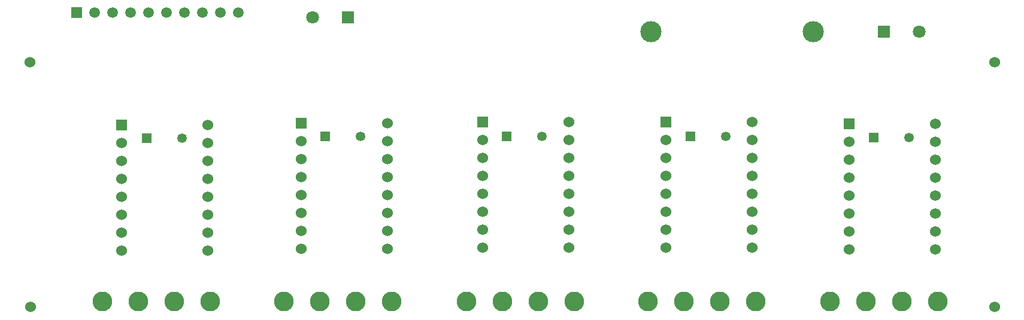
<source format=gbr>
G04 Layer_Color=255*
%FSLAX45Y45*%
%MOMM*%
%TF.FileFunction,Pads,Bot*%
%TF.Part,Single*%
G01*
G75*
%TA.AperFunction,ViaPad*%
%ADD24C,1.52400*%
%TA.AperFunction,ComponentPad*%
%ADD25C,2.79000*%
%ADD26R,1.80000X1.80000*%
%ADD27C,1.80000*%
%ADD28R,1.50000X1.50000*%
%ADD29C,1.50000*%
%ADD30R,1.35000X1.35000*%
%ADD31C,1.35000*%
%ADD32C,1.52400*%
%ADD33R,1.52400X1.52400*%
%ADD34C,3.00000*%
D24*
X16941800Y2984500D02*
D03*
Y6451600D02*
D03*
X3302000D02*
D03*
X3314700Y2984500D02*
D03*
D25*
X4330700Y3060700D02*
D03*
X4838700D02*
D03*
X5346700D02*
D03*
X5854700D02*
D03*
X6896100D02*
D03*
X7404100D02*
D03*
X7912100D02*
D03*
X8420100D02*
D03*
X9474200D02*
D03*
X9982200D02*
D03*
X10490200D02*
D03*
X10998200D02*
D03*
X12039600D02*
D03*
X12547600D02*
D03*
X13055600D02*
D03*
X13563600D02*
D03*
X14617700D02*
D03*
X15125700D02*
D03*
X15633701D02*
D03*
X16141701D02*
D03*
D26*
X7797800Y7086600D02*
D03*
X15379700Y6883400D02*
D03*
D27*
X7297800Y7086600D02*
D03*
X15879700Y6883400D02*
D03*
D28*
X3962400Y7150100D02*
D03*
D29*
X4216400D02*
D03*
X4724400D02*
D03*
X4978400D02*
D03*
X5232400D02*
D03*
X5486400D02*
D03*
X5740400D02*
D03*
X5994400D02*
D03*
X6248400D02*
D03*
X4470400D02*
D03*
D30*
X4957000Y5372101D02*
D03*
X15231300Y5384801D02*
D03*
X7475600Y5397501D02*
D03*
X10041000D02*
D03*
X12640500Y5397501D02*
D03*
D31*
X5457000Y5372099D02*
D03*
X15731300Y5384799D02*
D03*
X7975600Y5397500D02*
D03*
X10541000D02*
D03*
X13140500Y5397499D02*
D03*
D32*
X12293600Y5092700D02*
D03*
Y5346700D02*
D03*
Y4584700D02*
D03*
Y4076700D02*
D03*
Y4838700D02*
D03*
Y4330700D02*
D03*
Y3822700D02*
D03*
X13512801D02*
D03*
Y4330700D02*
D03*
Y4838700D02*
D03*
Y4076700D02*
D03*
Y4584700D02*
D03*
Y5600700D02*
D03*
Y5346700D02*
D03*
Y5092700D02*
D03*
X7137400Y5080000D02*
D03*
Y5334000D02*
D03*
Y4572000D02*
D03*
Y4064000D02*
D03*
Y4826000D02*
D03*
Y4318000D02*
D03*
Y3810000D02*
D03*
X8356600D02*
D03*
Y4318000D02*
D03*
Y4826000D02*
D03*
Y4064000D02*
D03*
Y4572000D02*
D03*
Y5588000D02*
D03*
Y5334000D02*
D03*
Y5080000D02*
D03*
X9702800Y5092700D02*
D03*
Y5346700D02*
D03*
Y4584700D02*
D03*
Y4076700D02*
D03*
Y4838700D02*
D03*
Y4330700D02*
D03*
Y3822700D02*
D03*
X10922000D02*
D03*
Y4330700D02*
D03*
Y4838700D02*
D03*
Y4076700D02*
D03*
Y4584700D02*
D03*
Y5600700D02*
D03*
Y5346700D02*
D03*
Y5092700D02*
D03*
X14884399Y5067300D02*
D03*
Y5321300D02*
D03*
Y4559300D02*
D03*
Y4051300D02*
D03*
Y4813300D02*
D03*
Y4305300D02*
D03*
Y3797300D02*
D03*
X16103600D02*
D03*
Y4305300D02*
D03*
Y4813300D02*
D03*
Y4051300D02*
D03*
Y4559300D02*
D03*
Y5575300D02*
D03*
Y5321300D02*
D03*
Y5067300D02*
D03*
X4597400Y5054600D02*
D03*
Y5308600D02*
D03*
Y4546600D02*
D03*
Y4038600D02*
D03*
Y4800600D02*
D03*
Y4292600D02*
D03*
Y3784600D02*
D03*
X5816600D02*
D03*
Y4292600D02*
D03*
Y4800600D02*
D03*
Y4038600D02*
D03*
Y4546600D02*
D03*
Y5562600D02*
D03*
Y5308600D02*
D03*
Y5054600D02*
D03*
D33*
X12293600Y5600700D02*
D03*
X7137400Y5588000D02*
D03*
X9702800Y5600700D02*
D03*
X14884399Y5575300D02*
D03*
X4597400Y5562600D02*
D03*
D34*
X12086400Y6883400D02*
D03*
X14376401D02*
D03*
%TF.MD5,05063fae5018a88c7ca9270acdeec750*%
M02*

</source>
